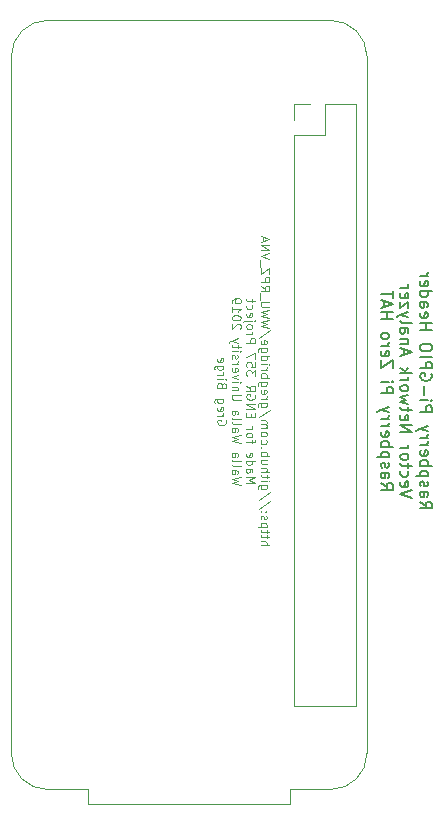
<source format=gbr>
G04 #@! TF.GenerationSoftware,KiCad,Pcbnew,5.1.2-f72e74a~84~ubuntu18.04.1*
G04 #@! TF.CreationDate,2019-05-17T13:13:24-07:00*
G04 #@! TF.ProjectId,RPZ_SC_VNA,52505a5f-5343-45f5-964e-412e6b696361,rev?*
G04 #@! TF.SameCoordinates,Original*
G04 #@! TF.FileFunction,Legend,Bot*
G04 #@! TF.FilePolarity,Positive*
%FSLAX46Y46*%
G04 Gerber Fmt 4.6, Leading zero omitted, Abs format (unit mm)*
G04 Created by KiCad (PCBNEW 5.1.2-f72e74a~84~ubuntu18.04.1) date 2019-05-17 13:13:24*
%MOMM*%
%LPD*%
G04 APERTURE LIST*
%ADD10C,0.100000*%
%ADD11C,0.150000*%
%ADD12C,0.120000*%
G04 APERTURE END LIST*
D10*
X125932814Y-89217857D02*
X126682814Y-89217857D01*
X125932814Y-88896428D02*
X126325671Y-88896428D01*
X126397100Y-88932142D01*
X126432814Y-89003571D01*
X126432814Y-89110714D01*
X126397100Y-89182142D01*
X126361385Y-89217857D01*
X126432814Y-88646428D02*
X126432814Y-88360714D01*
X126682814Y-88539285D02*
X126039957Y-88539285D01*
X125968528Y-88503571D01*
X125932814Y-88432142D01*
X125932814Y-88360714D01*
X126432814Y-88217857D02*
X126432814Y-87932142D01*
X126682814Y-88110714D02*
X126039957Y-88110714D01*
X125968528Y-88075000D01*
X125932814Y-88003571D01*
X125932814Y-87932142D01*
X126432814Y-87682142D02*
X125682814Y-87682142D01*
X126397100Y-87682142D02*
X126432814Y-87610714D01*
X126432814Y-87467857D01*
X126397100Y-87396428D01*
X126361385Y-87360714D01*
X126289957Y-87325000D01*
X126075671Y-87325000D01*
X126004242Y-87360714D01*
X125968528Y-87396428D01*
X125932814Y-87467857D01*
X125932814Y-87610714D01*
X125968528Y-87682142D01*
X125968528Y-87039285D02*
X125932814Y-86967857D01*
X125932814Y-86825000D01*
X125968528Y-86753571D01*
X126039957Y-86717857D01*
X126075671Y-86717857D01*
X126147100Y-86753571D01*
X126182814Y-86825000D01*
X126182814Y-86932142D01*
X126218528Y-87003571D01*
X126289957Y-87039285D01*
X126325671Y-87039285D01*
X126397100Y-87003571D01*
X126432814Y-86932142D01*
X126432814Y-86825000D01*
X126397100Y-86753571D01*
X126004242Y-86396428D02*
X125968528Y-86360714D01*
X125932814Y-86396428D01*
X125968528Y-86432142D01*
X126004242Y-86396428D01*
X125932814Y-86396428D01*
X126397100Y-86396428D02*
X126361385Y-86360714D01*
X126325671Y-86396428D01*
X126361385Y-86432142D01*
X126397100Y-86396428D01*
X126325671Y-86396428D01*
X126718528Y-85503571D02*
X125754242Y-86146428D01*
X126718528Y-84717857D02*
X125754242Y-85360714D01*
X126432814Y-84146428D02*
X125825671Y-84146428D01*
X125754242Y-84182142D01*
X125718528Y-84217857D01*
X125682814Y-84289285D01*
X125682814Y-84396428D01*
X125718528Y-84467857D01*
X125968528Y-84146428D02*
X125932814Y-84217857D01*
X125932814Y-84360714D01*
X125968528Y-84432142D01*
X126004242Y-84467857D01*
X126075671Y-84503571D01*
X126289957Y-84503571D01*
X126361385Y-84467857D01*
X126397100Y-84432142D01*
X126432814Y-84360714D01*
X126432814Y-84217857D01*
X126397100Y-84146428D01*
X125932814Y-83789285D02*
X126432814Y-83789285D01*
X126682814Y-83789285D02*
X126647100Y-83825000D01*
X126611385Y-83789285D01*
X126647100Y-83753571D01*
X126682814Y-83789285D01*
X126611385Y-83789285D01*
X126432814Y-83539285D02*
X126432814Y-83253571D01*
X126682814Y-83432142D02*
X126039957Y-83432142D01*
X125968528Y-83396428D01*
X125932814Y-83324999D01*
X125932814Y-83253571D01*
X125932814Y-83003571D02*
X126682814Y-83003571D01*
X125932814Y-82682142D02*
X126325671Y-82682142D01*
X126397100Y-82717857D01*
X126432814Y-82789285D01*
X126432814Y-82896428D01*
X126397100Y-82967857D01*
X126361385Y-83003571D01*
X126432814Y-82003571D02*
X125932814Y-82003571D01*
X126432814Y-82324999D02*
X126039957Y-82324999D01*
X125968528Y-82289285D01*
X125932814Y-82217857D01*
X125932814Y-82110714D01*
X125968528Y-82039285D01*
X126004242Y-82003571D01*
X125932814Y-81646428D02*
X126682814Y-81646428D01*
X126397100Y-81646428D02*
X126432814Y-81574999D01*
X126432814Y-81432142D01*
X126397100Y-81360714D01*
X126361385Y-81324999D01*
X126289957Y-81289285D01*
X126075671Y-81289285D01*
X126004242Y-81324999D01*
X125968528Y-81360714D01*
X125932814Y-81432142D01*
X125932814Y-81574999D01*
X125968528Y-81646428D01*
X126004242Y-80967857D02*
X125968528Y-80932142D01*
X125932814Y-80967857D01*
X125968528Y-81003571D01*
X126004242Y-80967857D01*
X125932814Y-80967857D01*
X125968528Y-80289285D02*
X125932814Y-80360714D01*
X125932814Y-80503571D01*
X125968528Y-80574999D01*
X126004242Y-80610714D01*
X126075671Y-80646428D01*
X126289957Y-80646428D01*
X126361385Y-80610714D01*
X126397100Y-80574999D01*
X126432814Y-80503571D01*
X126432814Y-80360714D01*
X126397100Y-80289285D01*
X125932814Y-79860714D02*
X125968528Y-79932142D01*
X126004242Y-79967857D01*
X126075671Y-80003571D01*
X126289957Y-80003571D01*
X126361385Y-79967857D01*
X126397100Y-79932142D01*
X126432814Y-79860714D01*
X126432814Y-79753571D01*
X126397100Y-79682142D01*
X126361385Y-79646428D01*
X126289957Y-79610714D01*
X126075671Y-79610714D01*
X126004242Y-79646428D01*
X125968528Y-79682142D01*
X125932814Y-79753571D01*
X125932814Y-79860714D01*
X125932814Y-79289285D02*
X126432814Y-79289285D01*
X126361385Y-79289285D02*
X126397100Y-79253571D01*
X126432814Y-79182142D01*
X126432814Y-79074999D01*
X126397100Y-79003571D01*
X126325671Y-78967857D01*
X125932814Y-78967857D01*
X126325671Y-78967857D02*
X126397100Y-78932142D01*
X126432814Y-78860714D01*
X126432814Y-78753571D01*
X126397100Y-78682142D01*
X126325671Y-78646428D01*
X125932814Y-78646428D01*
X126718528Y-77753571D02*
X125754242Y-78396428D01*
X126432814Y-77182142D02*
X125825671Y-77182142D01*
X125754242Y-77217857D01*
X125718528Y-77253571D01*
X125682814Y-77324999D01*
X125682814Y-77432142D01*
X125718528Y-77503571D01*
X125968528Y-77182142D02*
X125932814Y-77253571D01*
X125932814Y-77396428D01*
X125968528Y-77467857D01*
X126004242Y-77503571D01*
X126075671Y-77539285D01*
X126289957Y-77539285D01*
X126361385Y-77503571D01*
X126397100Y-77467857D01*
X126432814Y-77396428D01*
X126432814Y-77253571D01*
X126397100Y-77182142D01*
X125932814Y-76824999D02*
X126432814Y-76824999D01*
X126289957Y-76824999D02*
X126361385Y-76789285D01*
X126397100Y-76753571D01*
X126432814Y-76682142D01*
X126432814Y-76610714D01*
X125968528Y-76074999D02*
X125932814Y-76146428D01*
X125932814Y-76289285D01*
X125968528Y-76360714D01*
X126039957Y-76396428D01*
X126325671Y-76396428D01*
X126397100Y-76360714D01*
X126432814Y-76289285D01*
X126432814Y-76146428D01*
X126397100Y-76074999D01*
X126325671Y-76039285D01*
X126254242Y-76039285D01*
X126182814Y-76396428D01*
X126432814Y-75396428D02*
X125825671Y-75396428D01*
X125754242Y-75432142D01*
X125718528Y-75467857D01*
X125682814Y-75539285D01*
X125682814Y-75646428D01*
X125718528Y-75717857D01*
X125968528Y-75396428D02*
X125932814Y-75467857D01*
X125932814Y-75610714D01*
X125968528Y-75682142D01*
X126004242Y-75717857D01*
X126075671Y-75753571D01*
X126289957Y-75753571D01*
X126361385Y-75717857D01*
X126397100Y-75682142D01*
X126432814Y-75610714D01*
X126432814Y-75467857D01*
X126397100Y-75396428D01*
X125932814Y-75039285D02*
X126682814Y-75039285D01*
X126397100Y-75039285D02*
X126432814Y-74967857D01*
X126432814Y-74824999D01*
X126397100Y-74753571D01*
X126361385Y-74717857D01*
X126289957Y-74682142D01*
X126075671Y-74682142D01*
X126004242Y-74717857D01*
X125968528Y-74753571D01*
X125932814Y-74824999D01*
X125932814Y-74967857D01*
X125968528Y-75039285D01*
X125932814Y-74360714D02*
X126432814Y-74360714D01*
X126289957Y-74360714D02*
X126361385Y-74324999D01*
X126397100Y-74289285D01*
X126432814Y-74217857D01*
X126432814Y-74146428D01*
X125932814Y-73896428D02*
X126432814Y-73896428D01*
X126682814Y-73896428D02*
X126647100Y-73932142D01*
X126611385Y-73896428D01*
X126647100Y-73860714D01*
X126682814Y-73896428D01*
X126611385Y-73896428D01*
X125932814Y-73217857D02*
X126682814Y-73217857D01*
X125968528Y-73217857D02*
X125932814Y-73289285D01*
X125932814Y-73432142D01*
X125968528Y-73503571D01*
X126004242Y-73539285D01*
X126075671Y-73574999D01*
X126289957Y-73574999D01*
X126361385Y-73539285D01*
X126397100Y-73503571D01*
X126432814Y-73432142D01*
X126432814Y-73289285D01*
X126397100Y-73217857D01*
X126432814Y-72539285D02*
X125825671Y-72539285D01*
X125754242Y-72574999D01*
X125718528Y-72610714D01*
X125682814Y-72682142D01*
X125682814Y-72789285D01*
X125718528Y-72860714D01*
X125968528Y-72539285D02*
X125932814Y-72610714D01*
X125932814Y-72753571D01*
X125968528Y-72824999D01*
X126004242Y-72860714D01*
X126075671Y-72896428D01*
X126289957Y-72896428D01*
X126361385Y-72860714D01*
X126397100Y-72824999D01*
X126432814Y-72753571D01*
X126432814Y-72610714D01*
X126397100Y-72539285D01*
X125968528Y-71896428D02*
X125932814Y-71967857D01*
X125932814Y-72110714D01*
X125968528Y-72182142D01*
X126039957Y-72217857D01*
X126325671Y-72217857D01*
X126397100Y-72182142D01*
X126432814Y-72110714D01*
X126432814Y-71967857D01*
X126397100Y-71896428D01*
X126325671Y-71860714D01*
X126254242Y-71860714D01*
X126182814Y-72217857D01*
X126718528Y-71003571D02*
X125754242Y-71646428D01*
X126682814Y-70824999D02*
X125932814Y-70646428D01*
X126468528Y-70503571D01*
X125932814Y-70360714D01*
X126682814Y-70182142D01*
X126682814Y-69967857D02*
X125932814Y-69789285D01*
X126468528Y-69646428D01*
X125932814Y-69503571D01*
X126682814Y-69324999D01*
X126682814Y-69039285D02*
X126075671Y-69039285D01*
X126004242Y-69003571D01*
X125968528Y-68967857D01*
X125932814Y-68896428D01*
X125932814Y-68753571D01*
X125968528Y-68682142D01*
X126004242Y-68646428D01*
X126075671Y-68610714D01*
X126682814Y-68610714D01*
X125861385Y-68432142D02*
X125861385Y-67860714D01*
X125932814Y-67253571D02*
X126289957Y-67503571D01*
X125932814Y-67682142D02*
X126682814Y-67682142D01*
X126682814Y-67396428D01*
X126647100Y-67324999D01*
X126611385Y-67289285D01*
X126539957Y-67253571D01*
X126432814Y-67253571D01*
X126361385Y-67289285D01*
X126325671Y-67324999D01*
X126289957Y-67396428D01*
X126289957Y-67682142D01*
X125932814Y-66932142D02*
X126682814Y-66932142D01*
X126682814Y-66646428D01*
X126647100Y-66574999D01*
X126611385Y-66539285D01*
X126539957Y-66503571D01*
X126432814Y-66503571D01*
X126361385Y-66539285D01*
X126325671Y-66574999D01*
X126289957Y-66646428D01*
X126289957Y-66932142D01*
X126682814Y-66253571D02*
X126682814Y-65753571D01*
X125932814Y-66253571D01*
X125932814Y-65753571D01*
X125861385Y-65646428D02*
X125861385Y-65074999D01*
X126682814Y-65003571D02*
X125932814Y-64753571D01*
X126682814Y-64503571D01*
X125932814Y-64253571D02*
X126682814Y-64253571D01*
X125932814Y-63824999D01*
X126682814Y-63824999D01*
X126147100Y-63503571D02*
X126147100Y-63146428D01*
X125932814Y-63574999D02*
X126682814Y-63324999D01*
X125932814Y-63074999D01*
X124707814Y-83914285D02*
X125457814Y-83914285D01*
X124922100Y-83664285D01*
X125457814Y-83414285D01*
X124707814Y-83414285D01*
X124707814Y-82735714D02*
X125100671Y-82735714D01*
X125172100Y-82771428D01*
X125207814Y-82842857D01*
X125207814Y-82985714D01*
X125172100Y-83057142D01*
X124743528Y-82735714D02*
X124707814Y-82807142D01*
X124707814Y-82985714D01*
X124743528Y-83057142D01*
X124814957Y-83092857D01*
X124886385Y-83092857D01*
X124957814Y-83057142D01*
X124993528Y-82985714D01*
X124993528Y-82807142D01*
X125029242Y-82735714D01*
X124707814Y-82057142D02*
X125457814Y-82057142D01*
X124743528Y-82057142D02*
X124707814Y-82128571D01*
X124707814Y-82271428D01*
X124743528Y-82342857D01*
X124779242Y-82378571D01*
X124850671Y-82414285D01*
X125064957Y-82414285D01*
X125136385Y-82378571D01*
X125172100Y-82342857D01*
X125207814Y-82271428D01*
X125207814Y-82128571D01*
X125172100Y-82057142D01*
X124743528Y-81414285D02*
X124707814Y-81485714D01*
X124707814Y-81628571D01*
X124743528Y-81700000D01*
X124814957Y-81735714D01*
X125100671Y-81735714D01*
X125172100Y-81700000D01*
X125207814Y-81628571D01*
X125207814Y-81485714D01*
X125172100Y-81414285D01*
X125100671Y-81378571D01*
X125029242Y-81378571D01*
X124957814Y-81735714D01*
X125207814Y-80592857D02*
X125207814Y-80307142D01*
X124707814Y-80485714D02*
X125350671Y-80485714D01*
X125422100Y-80450000D01*
X125457814Y-80378571D01*
X125457814Y-80307142D01*
X124707814Y-79950000D02*
X124743528Y-80021428D01*
X124779242Y-80057142D01*
X124850671Y-80092857D01*
X125064957Y-80092857D01*
X125136385Y-80057142D01*
X125172100Y-80021428D01*
X125207814Y-79950000D01*
X125207814Y-79842857D01*
X125172100Y-79771428D01*
X125136385Y-79735714D01*
X125064957Y-79700000D01*
X124850671Y-79700000D01*
X124779242Y-79735714D01*
X124743528Y-79771428D01*
X124707814Y-79842857D01*
X124707814Y-79950000D01*
X124707814Y-79378571D02*
X125207814Y-79378571D01*
X125064957Y-79378571D02*
X125136385Y-79342857D01*
X125172100Y-79307142D01*
X125207814Y-79235714D01*
X125207814Y-79164285D01*
X125100671Y-78342857D02*
X125100671Y-78092857D01*
X124707814Y-77985714D02*
X124707814Y-78342857D01*
X125457814Y-78342857D01*
X125457814Y-77985714D01*
X124707814Y-77664285D02*
X125457814Y-77664285D01*
X124707814Y-77235714D01*
X125457814Y-77235714D01*
X125422100Y-76485714D02*
X125457814Y-76557142D01*
X125457814Y-76664285D01*
X125422100Y-76771428D01*
X125350671Y-76842857D01*
X125279242Y-76878571D01*
X125136385Y-76914285D01*
X125029242Y-76914285D01*
X124886385Y-76878571D01*
X124814957Y-76842857D01*
X124743528Y-76771428D01*
X124707814Y-76664285D01*
X124707814Y-76592857D01*
X124743528Y-76485714D01*
X124779242Y-76450000D01*
X125029242Y-76450000D01*
X125029242Y-76592857D01*
X124707814Y-75700000D02*
X125064957Y-75950000D01*
X124707814Y-76128571D02*
X125457814Y-76128571D01*
X125457814Y-75842857D01*
X125422100Y-75771428D01*
X125386385Y-75735714D01*
X125314957Y-75700000D01*
X125207814Y-75700000D01*
X125136385Y-75735714D01*
X125100671Y-75771428D01*
X125064957Y-75842857D01*
X125064957Y-76128571D01*
X125457814Y-74878571D02*
X125457814Y-74414285D01*
X125172100Y-74664285D01*
X125172100Y-74557142D01*
X125136385Y-74485714D01*
X125100671Y-74450000D01*
X125029242Y-74414285D01*
X124850671Y-74414285D01*
X124779242Y-74450000D01*
X124743528Y-74485714D01*
X124707814Y-74557142D01*
X124707814Y-74771428D01*
X124743528Y-74842857D01*
X124779242Y-74878571D01*
X125457814Y-73735714D02*
X125457814Y-74092857D01*
X125100671Y-74128571D01*
X125136385Y-74092857D01*
X125172100Y-74021428D01*
X125172100Y-73842857D01*
X125136385Y-73771428D01*
X125100671Y-73735714D01*
X125029242Y-73700000D01*
X124850671Y-73700000D01*
X124779242Y-73735714D01*
X124743528Y-73771428D01*
X124707814Y-73842857D01*
X124707814Y-74021428D01*
X124743528Y-74092857D01*
X124779242Y-74128571D01*
X125457814Y-73450000D02*
X125457814Y-72950000D01*
X124707814Y-73271428D01*
X124707814Y-72092857D02*
X125457814Y-72092857D01*
X125457814Y-71807142D01*
X125422100Y-71735714D01*
X125386385Y-71700000D01*
X125314957Y-71664285D01*
X125207814Y-71664285D01*
X125136385Y-71700000D01*
X125100671Y-71735714D01*
X125064957Y-71807142D01*
X125064957Y-72092857D01*
X124707814Y-71342857D02*
X125207814Y-71342857D01*
X125064957Y-71342857D02*
X125136385Y-71307142D01*
X125172100Y-71271428D01*
X125207814Y-71200000D01*
X125207814Y-71128571D01*
X124707814Y-70771428D02*
X124743528Y-70842857D01*
X124779242Y-70878571D01*
X124850671Y-70914285D01*
X125064957Y-70914285D01*
X125136385Y-70878571D01*
X125172100Y-70842857D01*
X125207814Y-70771428D01*
X125207814Y-70664285D01*
X125172100Y-70592857D01*
X125136385Y-70557142D01*
X125064957Y-70521428D01*
X124850671Y-70521428D01*
X124779242Y-70557142D01*
X124743528Y-70592857D01*
X124707814Y-70664285D01*
X124707814Y-70771428D01*
X125207814Y-70200000D02*
X124564957Y-70200000D01*
X124493528Y-70235714D01*
X124457814Y-70307142D01*
X124457814Y-70342857D01*
X125457814Y-70200000D02*
X125422100Y-70235714D01*
X125386385Y-70200000D01*
X125422100Y-70164285D01*
X125457814Y-70200000D01*
X125386385Y-70200000D01*
X124743528Y-69557142D02*
X124707814Y-69628571D01*
X124707814Y-69771428D01*
X124743528Y-69842857D01*
X124814957Y-69878571D01*
X125100671Y-69878571D01*
X125172100Y-69842857D01*
X125207814Y-69771428D01*
X125207814Y-69628571D01*
X125172100Y-69557142D01*
X125100671Y-69521428D01*
X125029242Y-69521428D01*
X124957814Y-69878571D01*
X124743528Y-68878571D02*
X124707814Y-68950000D01*
X124707814Y-69092857D01*
X124743528Y-69164285D01*
X124779242Y-69200000D01*
X124850671Y-69235714D01*
X125064957Y-69235714D01*
X125136385Y-69200000D01*
X125172100Y-69164285D01*
X125207814Y-69092857D01*
X125207814Y-68950000D01*
X125172100Y-68878571D01*
X125207814Y-68664285D02*
X125207814Y-68378571D01*
X125457814Y-68557142D02*
X124814957Y-68557142D01*
X124743528Y-68521428D01*
X124707814Y-68450000D01*
X124707814Y-68378571D01*
X124232814Y-84110714D02*
X123482814Y-83932142D01*
X124018528Y-83789285D01*
X123482814Y-83646428D01*
X124232814Y-83467857D01*
X123482814Y-82860714D02*
X123875671Y-82860714D01*
X123947100Y-82896428D01*
X123982814Y-82967857D01*
X123982814Y-83110714D01*
X123947100Y-83182142D01*
X123518528Y-82860714D02*
X123482814Y-82932142D01*
X123482814Y-83110714D01*
X123518528Y-83182142D01*
X123589957Y-83217857D01*
X123661385Y-83217857D01*
X123732814Y-83182142D01*
X123768528Y-83110714D01*
X123768528Y-82932142D01*
X123804242Y-82860714D01*
X123482814Y-82396428D02*
X123518528Y-82467857D01*
X123589957Y-82503571D01*
X124232814Y-82503571D01*
X123482814Y-82003571D02*
X123518528Y-82075000D01*
X123589957Y-82110714D01*
X124232814Y-82110714D01*
X123482814Y-81396428D02*
X123875671Y-81396428D01*
X123947100Y-81432142D01*
X123982814Y-81503571D01*
X123982814Y-81646428D01*
X123947100Y-81717857D01*
X123518528Y-81396428D02*
X123482814Y-81467857D01*
X123482814Y-81646428D01*
X123518528Y-81717857D01*
X123589957Y-81753571D01*
X123661385Y-81753571D01*
X123732814Y-81717857D01*
X123768528Y-81646428D01*
X123768528Y-81467857D01*
X123804242Y-81396428D01*
X124232814Y-80539285D02*
X123482814Y-80360714D01*
X124018528Y-80217857D01*
X123482814Y-80075000D01*
X124232814Y-79896428D01*
X123482814Y-79289285D02*
X123875671Y-79289285D01*
X123947100Y-79325000D01*
X123982814Y-79396428D01*
X123982814Y-79539285D01*
X123947100Y-79610714D01*
X123518528Y-79289285D02*
X123482814Y-79360714D01*
X123482814Y-79539285D01*
X123518528Y-79610714D01*
X123589957Y-79646428D01*
X123661385Y-79646428D01*
X123732814Y-79610714D01*
X123768528Y-79539285D01*
X123768528Y-79360714D01*
X123804242Y-79289285D01*
X123482814Y-78825000D02*
X123518528Y-78896428D01*
X123589957Y-78932142D01*
X124232814Y-78932142D01*
X123482814Y-78432142D02*
X123518528Y-78503571D01*
X123589957Y-78539285D01*
X124232814Y-78539285D01*
X123482814Y-77825000D02*
X123875671Y-77825000D01*
X123947100Y-77860714D01*
X123982814Y-77932142D01*
X123982814Y-78075000D01*
X123947100Y-78146428D01*
X123518528Y-77825000D02*
X123482814Y-77896428D01*
X123482814Y-78075000D01*
X123518528Y-78146428D01*
X123589957Y-78182142D01*
X123661385Y-78182142D01*
X123732814Y-78146428D01*
X123768528Y-78075000D01*
X123768528Y-77896428D01*
X123804242Y-77825000D01*
X124232814Y-76896428D02*
X123625671Y-76896428D01*
X123554242Y-76860714D01*
X123518528Y-76825000D01*
X123482814Y-76753571D01*
X123482814Y-76610714D01*
X123518528Y-76539285D01*
X123554242Y-76503571D01*
X123625671Y-76467857D01*
X124232814Y-76467857D01*
X123982814Y-76110714D02*
X123482814Y-76110714D01*
X123911385Y-76110714D02*
X123947100Y-76075000D01*
X123982814Y-76003571D01*
X123982814Y-75896428D01*
X123947100Y-75825000D01*
X123875671Y-75789285D01*
X123482814Y-75789285D01*
X123482814Y-75432142D02*
X123982814Y-75432142D01*
X124232814Y-75432142D02*
X124197100Y-75467857D01*
X124161385Y-75432142D01*
X124197100Y-75396428D01*
X124232814Y-75432142D01*
X124161385Y-75432142D01*
X123982814Y-75146428D02*
X123482814Y-74967857D01*
X123982814Y-74789285D01*
X123518528Y-74217857D02*
X123482814Y-74289285D01*
X123482814Y-74432142D01*
X123518528Y-74503571D01*
X123589957Y-74539285D01*
X123875671Y-74539285D01*
X123947100Y-74503571D01*
X123982814Y-74432142D01*
X123982814Y-74289285D01*
X123947100Y-74217857D01*
X123875671Y-74182142D01*
X123804242Y-74182142D01*
X123732814Y-74539285D01*
X123482814Y-73860714D02*
X123982814Y-73860714D01*
X123839957Y-73860714D02*
X123911385Y-73825000D01*
X123947100Y-73789285D01*
X123982814Y-73717857D01*
X123982814Y-73646428D01*
X123518528Y-73432142D02*
X123482814Y-73360714D01*
X123482814Y-73217857D01*
X123518528Y-73146428D01*
X123589957Y-73110714D01*
X123625671Y-73110714D01*
X123697100Y-73146428D01*
X123732814Y-73217857D01*
X123732814Y-73325000D01*
X123768528Y-73396428D01*
X123839957Y-73432142D01*
X123875671Y-73432142D01*
X123947100Y-73396428D01*
X123982814Y-73325000D01*
X123982814Y-73217857D01*
X123947100Y-73146428D01*
X123482814Y-72789285D02*
X123982814Y-72789285D01*
X124232814Y-72789285D02*
X124197100Y-72825000D01*
X124161385Y-72789285D01*
X124197100Y-72753571D01*
X124232814Y-72789285D01*
X124161385Y-72789285D01*
X123982814Y-72539285D02*
X123982814Y-72253571D01*
X124232814Y-72432142D02*
X123589957Y-72432142D01*
X123518528Y-72396428D01*
X123482814Y-72325000D01*
X123482814Y-72253571D01*
X123982814Y-72075000D02*
X123482814Y-71896428D01*
X123982814Y-71717857D02*
X123482814Y-71896428D01*
X123304242Y-71967857D01*
X123268528Y-72003571D01*
X123232814Y-72075000D01*
X124161385Y-70896428D02*
X124197100Y-70860714D01*
X124232814Y-70789285D01*
X124232814Y-70610714D01*
X124197100Y-70539285D01*
X124161385Y-70503571D01*
X124089957Y-70467857D01*
X124018528Y-70467857D01*
X123911385Y-70503571D01*
X123482814Y-70932142D01*
X123482814Y-70467857D01*
X124232814Y-70003571D02*
X124232814Y-69932142D01*
X124197100Y-69860714D01*
X124161385Y-69825000D01*
X124089957Y-69789285D01*
X123947100Y-69753571D01*
X123768528Y-69753571D01*
X123625671Y-69789285D01*
X123554242Y-69825000D01*
X123518528Y-69860714D01*
X123482814Y-69932142D01*
X123482814Y-70003571D01*
X123518528Y-70075000D01*
X123554242Y-70110714D01*
X123625671Y-70146428D01*
X123768528Y-70182142D01*
X123947100Y-70182142D01*
X124089957Y-70146428D01*
X124161385Y-70110714D01*
X124197100Y-70075000D01*
X124232814Y-70003571D01*
X123482814Y-69039285D02*
X123482814Y-69467857D01*
X123482814Y-69253571D02*
X124232814Y-69253571D01*
X124125671Y-69325000D01*
X124054242Y-69396428D01*
X124018528Y-69467857D01*
X123482814Y-68682142D02*
X123482814Y-68539285D01*
X123518528Y-68467857D01*
X123554242Y-68432142D01*
X123661385Y-68360714D01*
X123804242Y-68325000D01*
X124089957Y-68325000D01*
X124161385Y-68360714D01*
X124197100Y-68396428D01*
X124232814Y-68467857D01*
X124232814Y-68610714D01*
X124197100Y-68682142D01*
X124161385Y-68717857D01*
X124089957Y-68753571D01*
X123911385Y-68753571D01*
X123839957Y-68717857D01*
X123804242Y-68682142D01*
X123768528Y-68610714D01*
X123768528Y-68467857D01*
X123804242Y-68396428D01*
X123839957Y-68360714D01*
X123911385Y-68325000D01*
X122972100Y-78628571D02*
X123007814Y-78700000D01*
X123007814Y-78807142D01*
X122972100Y-78914285D01*
X122900671Y-78985714D01*
X122829242Y-79021428D01*
X122686385Y-79057142D01*
X122579242Y-79057142D01*
X122436385Y-79021428D01*
X122364957Y-78985714D01*
X122293528Y-78914285D01*
X122257814Y-78807142D01*
X122257814Y-78735714D01*
X122293528Y-78628571D01*
X122329242Y-78592857D01*
X122579242Y-78592857D01*
X122579242Y-78735714D01*
X122257814Y-78271428D02*
X122757814Y-78271428D01*
X122614957Y-78271428D02*
X122686385Y-78235714D01*
X122722100Y-78200000D01*
X122757814Y-78128571D01*
X122757814Y-78057142D01*
X122293528Y-77521428D02*
X122257814Y-77592857D01*
X122257814Y-77735714D01*
X122293528Y-77807142D01*
X122364957Y-77842857D01*
X122650671Y-77842857D01*
X122722100Y-77807142D01*
X122757814Y-77735714D01*
X122757814Y-77592857D01*
X122722100Y-77521428D01*
X122650671Y-77485714D01*
X122579242Y-77485714D01*
X122507814Y-77842857D01*
X122757814Y-76842857D02*
X122150671Y-76842857D01*
X122079242Y-76878571D01*
X122043528Y-76914285D01*
X122007814Y-76985714D01*
X122007814Y-77092857D01*
X122043528Y-77164285D01*
X122293528Y-76842857D02*
X122257814Y-76914285D01*
X122257814Y-77057142D01*
X122293528Y-77128571D01*
X122329242Y-77164285D01*
X122400671Y-77200000D01*
X122614957Y-77200000D01*
X122686385Y-77164285D01*
X122722100Y-77128571D01*
X122757814Y-77057142D01*
X122757814Y-76914285D01*
X122722100Y-76842857D01*
X122650671Y-75664285D02*
X122614957Y-75557142D01*
X122579242Y-75521428D01*
X122507814Y-75485714D01*
X122400671Y-75485714D01*
X122329242Y-75521428D01*
X122293528Y-75557142D01*
X122257814Y-75628571D01*
X122257814Y-75914285D01*
X123007814Y-75914285D01*
X123007814Y-75664285D01*
X122972100Y-75592857D01*
X122936385Y-75557142D01*
X122864957Y-75521428D01*
X122793528Y-75521428D01*
X122722100Y-75557142D01*
X122686385Y-75592857D01*
X122650671Y-75664285D01*
X122650671Y-75914285D01*
X122257814Y-75164285D02*
X122757814Y-75164285D01*
X123007814Y-75164285D02*
X122972100Y-75200000D01*
X122936385Y-75164285D01*
X122972100Y-75128571D01*
X123007814Y-75164285D01*
X122936385Y-75164285D01*
X122257814Y-74807142D02*
X122757814Y-74807142D01*
X122614957Y-74807142D02*
X122686385Y-74771428D01*
X122722100Y-74735714D01*
X122757814Y-74664285D01*
X122757814Y-74592857D01*
X122757814Y-74021428D02*
X122150671Y-74021428D01*
X122079242Y-74057142D01*
X122043528Y-74092857D01*
X122007814Y-74164285D01*
X122007814Y-74271428D01*
X122043528Y-74342857D01*
X122293528Y-74021428D02*
X122257814Y-74092857D01*
X122257814Y-74235714D01*
X122293528Y-74307142D01*
X122329242Y-74342857D01*
X122400671Y-74378571D01*
X122614957Y-74378571D01*
X122686385Y-74342857D01*
X122722100Y-74307142D01*
X122757814Y-74235714D01*
X122757814Y-74092857D01*
X122722100Y-74021428D01*
X122293528Y-73378571D02*
X122257814Y-73450000D01*
X122257814Y-73592857D01*
X122293528Y-73664285D01*
X122364957Y-73700000D01*
X122650671Y-73700000D01*
X122722100Y-73664285D01*
X122757814Y-73592857D01*
X122757814Y-73450000D01*
X122722100Y-73378571D01*
X122650671Y-73342857D01*
X122579242Y-73342857D01*
X122507814Y-73700000D01*
D11*
X139424419Y-85531742D02*
X139900609Y-85865076D01*
X139424419Y-86103171D02*
X140424419Y-86103171D01*
X140424419Y-85722219D01*
X140376800Y-85626980D01*
X140329180Y-85579361D01*
X140233942Y-85531742D01*
X140091085Y-85531742D01*
X139995847Y-85579361D01*
X139948228Y-85626980D01*
X139900609Y-85722219D01*
X139900609Y-86103171D01*
X139424419Y-84674600D02*
X139948228Y-84674600D01*
X140043466Y-84722219D01*
X140091085Y-84817457D01*
X140091085Y-85007933D01*
X140043466Y-85103171D01*
X139472038Y-84674600D02*
X139424419Y-84769838D01*
X139424419Y-85007933D01*
X139472038Y-85103171D01*
X139567276Y-85150790D01*
X139662514Y-85150790D01*
X139757752Y-85103171D01*
X139805371Y-85007933D01*
X139805371Y-84769838D01*
X139852990Y-84674600D01*
X139472038Y-84246028D02*
X139424419Y-84150790D01*
X139424419Y-83960314D01*
X139472038Y-83865076D01*
X139567276Y-83817457D01*
X139614895Y-83817457D01*
X139710133Y-83865076D01*
X139757752Y-83960314D01*
X139757752Y-84103171D01*
X139805371Y-84198409D01*
X139900609Y-84246028D01*
X139948228Y-84246028D01*
X140043466Y-84198409D01*
X140091085Y-84103171D01*
X140091085Y-83960314D01*
X140043466Y-83865076D01*
X140091085Y-83388885D02*
X139091085Y-83388885D01*
X140043466Y-83388885D02*
X140091085Y-83293647D01*
X140091085Y-83103171D01*
X140043466Y-83007933D01*
X139995847Y-82960314D01*
X139900609Y-82912695D01*
X139614895Y-82912695D01*
X139519657Y-82960314D01*
X139472038Y-83007933D01*
X139424419Y-83103171D01*
X139424419Y-83293647D01*
X139472038Y-83388885D01*
X139424419Y-82484123D02*
X140424419Y-82484123D01*
X140043466Y-82484123D02*
X140091085Y-82388885D01*
X140091085Y-82198409D01*
X140043466Y-82103171D01*
X139995847Y-82055552D01*
X139900609Y-82007933D01*
X139614895Y-82007933D01*
X139519657Y-82055552D01*
X139472038Y-82103171D01*
X139424419Y-82198409D01*
X139424419Y-82388885D01*
X139472038Y-82484123D01*
X139472038Y-81198409D02*
X139424419Y-81293647D01*
X139424419Y-81484123D01*
X139472038Y-81579361D01*
X139567276Y-81626980D01*
X139948228Y-81626980D01*
X140043466Y-81579361D01*
X140091085Y-81484123D01*
X140091085Y-81293647D01*
X140043466Y-81198409D01*
X139948228Y-81150790D01*
X139852990Y-81150790D01*
X139757752Y-81626980D01*
X139424419Y-80722219D02*
X140091085Y-80722219D01*
X139900609Y-80722219D02*
X139995847Y-80674600D01*
X140043466Y-80626980D01*
X140091085Y-80531742D01*
X140091085Y-80436504D01*
X139424419Y-80103171D02*
X140091085Y-80103171D01*
X139900609Y-80103171D02*
X139995847Y-80055552D01*
X140043466Y-80007933D01*
X140091085Y-79912695D01*
X140091085Y-79817457D01*
X140091085Y-79579361D02*
X139424419Y-79341266D01*
X140091085Y-79103171D02*
X139424419Y-79341266D01*
X139186323Y-79436504D01*
X139138704Y-79484123D01*
X139091085Y-79579361D01*
X139424419Y-77960314D02*
X140424419Y-77960314D01*
X140424419Y-77579361D01*
X140376800Y-77484123D01*
X140329180Y-77436504D01*
X140233942Y-77388885D01*
X140091085Y-77388885D01*
X139995847Y-77436504D01*
X139948228Y-77484123D01*
X139900609Y-77579361D01*
X139900609Y-77960314D01*
X139424419Y-76960314D02*
X140091085Y-76960314D01*
X140424419Y-76960314D02*
X140376800Y-77007933D01*
X140329180Y-76960314D01*
X140376800Y-76912695D01*
X140424419Y-76960314D01*
X140329180Y-76960314D01*
X139805371Y-76484123D02*
X139805371Y-75722219D01*
X140376800Y-74722219D02*
X140424419Y-74817457D01*
X140424419Y-74960314D01*
X140376800Y-75103171D01*
X140281561Y-75198409D01*
X140186323Y-75246028D01*
X139995847Y-75293647D01*
X139852990Y-75293647D01*
X139662514Y-75246028D01*
X139567276Y-75198409D01*
X139472038Y-75103171D01*
X139424419Y-74960314D01*
X139424419Y-74865076D01*
X139472038Y-74722219D01*
X139519657Y-74674600D01*
X139852990Y-74674600D01*
X139852990Y-74865076D01*
X139424419Y-74246028D02*
X140424419Y-74246028D01*
X140424419Y-73865076D01*
X140376800Y-73769838D01*
X140329180Y-73722219D01*
X140233942Y-73674600D01*
X140091085Y-73674600D01*
X139995847Y-73722219D01*
X139948228Y-73769838D01*
X139900609Y-73865076D01*
X139900609Y-74246028D01*
X139424419Y-73246028D02*
X140424419Y-73246028D01*
X140424419Y-72579361D02*
X140424419Y-72388885D01*
X140376800Y-72293647D01*
X140281561Y-72198409D01*
X140091085Y-72150790D01*
X139757752Y-72150790D01*
X139567276Y-72198409D01*
X139472038Y-72293647D01*
X139424419Y-72388885D01*
X139424419Y-72579361D01*
X139472038Y-72674600D01*
X139567276Y-72769838D01*
X139757752Y-72817457D01*
X140091085Y-72817457D01*
X140281561Y-72769838D01*
X140376800Y-72674600D01*
X140424419Y-72579361D01*
X139424419Y-70960314D02*
X140424419Y-70960314D01*
X139948228Y-70960314D02*
X139948228Y-70388885D01*
X139424419Y-70388885D02*
X140424419Y-70388885D01*
X139472038Y-69531742D02*
X139424419Y-69626980D01*
X139424419Y-69817457D01*
X139472038Y-69912695D01*
X139567276Y-69960314D01*
X139948228Y-69960314D01*
X140043466Y-69912695D01*
X140091085Y-69817457D01*
X140091085Y-69626980D01*
X140043466Y-69531742D01*
X139948228Y-69484123D01*
X139852990Y-69484123D01*
X139757752Y-69960314D01*
X139424419Y-68626980D02*
X139948228Y-68626980D01*
X140043466Y-68674600D01*
X140091085Y-68769838D01*
X140091085Y-68960314D01*
X140043466Y-69055552D01*
X139472038Y-68626980D02*
X139424419Y-68722219D01*
X139424419Y-68960314D01*
X139472038Y-69055552D01*
X139567276Y-69103171D01*
X139662514Y-69103171D01*
X139757752Y-69055552D01*
X139805371Y-68960314D01*
X139805371Y-68722219D01*
X139852990Y-68626980D01*
X139424419Y-67722219D02*
X140424419Y-67722219D01*
X139472038Y-67722219D02*
X139424419Y-67817457D01*
X139424419Y-68007933D01*
X139472038Y-68103171D01*
X139519657Y-68150790D01*
X139614895Y-68198409D01*
X139900609Y-68198409D01*
X139995847Y-68150790D01*
X140043466Y-68103171D01*
X140091085Y-68007933D01*
X140091085Y-67817457D01*
X140043466Y-67722219D01*
X139472038Y-66865076D02*
X139424419Y-66960314D01*
X139424419Y-67150790D01*
X139472038Y-67246028D01*
X139567276Y-67293647D01*
X139948228Y-67293647D01*
X140043466Y-67246028D01*
X140091085Y-67150790D01*
X140091085Y-66960314D01*
X140043466Y-66865076D01*
X139948228Y-66817457D01*
X139852990Y-66817457D01*
X139757752Y-67293647D01*
X139424419Y-66388885D02*
X140091085Y-66388885D01*
X139900609Y-66388885D02*
X139995847Y-66341266D01*
X140043466Y-66293647D01*
X140091085Y-66198409D01*
X140091085Y-66103171D01*
X138774419Y-85222219D02*
X137774419Y-84888885D01*
X138774419Y-84555552D01*
X137822038Y-83841266D02*
X137774419Y-83936504D01*
X137774419Y-84126980D01*
X137822038Y-84222219D01*
X137917276Y-84269838D01*
X138298228Y-84269838D01*
X138393466Y-84222219D01*
X138441085Y-84126980D01*
X138441085Y-83936504D01*
X138393466Y-83841266D01*
X138298228Y-83793647D01*
X138202990Y-83793647D01*
X138107752Y-84269838D01*
X137822038Y-82936504D02*
X137774419Y-83031742D01*
X137774419Y-83222219D01*
X137822038Y-83317457D01*
X137869657Y-83365076D01*
X137964895Y-83412695D01*
X138250609Y-83412695D01*
X138345847Y-83365076D01*
X138393466Y-83317457D01*
X138441085Y-83222219D01*
X138441085Y-83031742D01*
X138393466Y-82936504D01*
X138441085Y-82650790D02*
X138441085Y-82269838D01*
X138774419Y-82507933D02*
X137917276Y-82507933D01*
X137822038Y-82460314D01*
X137774419Y-82365076D01*
X137774419Y-82269838D01*
X137774419Y-81793647D02*
X137822038Y-81888885D01*
X137869657Y-81936504D01*
X137964895Y-81984123D01*
X138250609Y-81984123D01*
X138345847Y-81936504D01*
X138393466Y-81888885D01*
X138441085Y-81793647D01*
X138441085Y-81650790D01*
X138393466Y-81555552D01*
X138345847Y-81507933D01*
X138250609Y-81460314D01*
X137964895Y-81460314D01*
X137869657Y-81507933D01*
X137822038Y-81555552D01*
X137774419Y-81650790D01*
X137774419Y-81793647D01*
X137774419Y-81031742D02*
X138441085Y-81031742D01*
X138250609Y-81031742D02*
X138345847Y-80984123D01*
X138393466Y-80936504D01*
X138441085Y-80841266D01*
X138441085Y-80746028D01*
X137774419Y-79650790D02*
X138774419Y-79650790D01*
X137774419Y-79079361D01*
X138774419Y-79079361D01*
X137822038Y-78222219D02*
X137774419Y-78317457D01*
X137774419Y-78507933D01*
X137822038Y-78603171D01*
X137917276Y-78650790D01*
X138298228Y-78650790D01*
X138393466Y-78603171D01*
X138441085Y-78507933D01*
X138441085Y-78317457D01*
X138393466Y-78222219D01*
X138298228Y-78174600D01*
X138202990Y-78174600D01*
X138107752Y-78650790D01*
X138441085Y-77888885D02*
X138441085Y-77507933D01*
X138774419Y-77746028D02*
X137917276Y-77746028D01*
X137822038Y-77698409D01*
X137774419Y-77603171D01*
X137774419Y-77507933D01*
X138441085Y-77269838D02*
X137774419Y-77079361D01*
X138250609Y-76888885D01*
X137774419Y-76698409D01*
X138441085Y-76507933D01*
X137774419Y-75984123D02*
X137822038Y-76079361D01*
X137869657Y-76126980D01*
X137964895Y-76174600D01*
X138250609Y-76174600D01*
X138345847Y-76126980D01*
X138393466Y-76079361D01*
X138441085Y-75984123D01*
X138441085Y-75841266D01*
X138393466Y-75746028D01*
X138345847Y-75698409D01*
X138250609Y-75650790D01*
X137964895Y-75650790D01*
X137869657Y-75698409D01*
X137822038Y-75746028D01*
X137774419Y-75841266D01*
X137774419Y-75984123D01*
X137774419Y-75222219D02*
X138441085Y-75222219D01*
X138250609Y-75222219D02*
X138345847Y-75174600D01*
X138393466Y-75126980D01*
X138441085Y-75031742D01*
X138441085Y-74936504D01*
X137774419Y-74603171D02*
X138774419Y-74603171D01*
X138155371Y-74507933D02*
X137774419Y-74222219D01*
X138441085Y-74222219D02*
X138060133Y-74603171D01*
X138060133Y-73079361D02*
X138060133Y-72603171D01*
X137774419Y-73174600D02*
X138774419Y-72841266D01*
X137774419Y-72507933D01*
X138441085Y-72174600D02*
X137774419Y-72174600D01*
X138345847Y-72174600D02*
X138393466Y-72126980D01*
X138441085Y-72031742D01*
X138441085Y-71888885D01*
X138393466Y-71793647D01*
X138298228Y-71746028D01*
X137774419Y-71746028D01*
X137774419Y-70841266D02*
X138298228Y-70841266D01*
X138393466Y-70888885D01*
X138441085Y-70984123D01*
X138441085Y-71174600D01*
X138393466Y-71269838D01*
X137822038Y-70841266D02*
X137774419Y-70936504D01*
X137774419Y-71174600D01*
X137822038Y-71269838D01*
X137917276Y-71317457D01*
X138012514Y-71317457D01*
X138107752Y-71269838D01*
X138155371Y-71174600D01*
X138155371Y-70936504D01*
X138202990Y-70841266D01*
X137774419Y-70222219D02*
X137822038Y-70317457D01*
X137917276Y-70365076D01*
X138774419Y-70365076D01*
X138441085Y-69936504D02*
X137774419Y-69698409D01*
X138441085Y-69460314D02*
X137774419Y-69698409D01*
X137536323Y-69793647D01*
X137488704Y-69841266D01*
X137441085Y-69936504D01*
X138441085Y-69174600D02*
X138441085Y-68650790D01*
X137774419Y-69174600D01*
X137774419Y-68650790D01*
X137822038Y-67888885D02*
X137774419Y-67984123D01*
X137774419Y-68174600D01*
X137822038Y-68269838D01*
X137917276Y-68317457D01*
X138298228Y-68317457D01*
X138393466Y-68269838D01*
X138441085Y-68174600D01*
X138441085Y-67984123D01*
X138393466Y-67888885D01*
X138298228Y-67841266D01*
X138202990Y-67841266D01*
X138107752Y-68317457D01*
X137774419Y-67412695D02*
X138441085Y-67412695D01*
X138250609Y-67412695D02*
X138345847Y-67365076D01*
X138393466Y-67317457D01*
X138441085Y-67222219D01*
X138441085Y-67126980D01*
X136124419Y-83936504D02*
X136600609Y-84269838D01*
X136124419Y-84507933D02*
X137124419Y-84507933D01*
X137124419Y-84126980D01*
X137076800Y-84031742D01*
X137029180Y-83984123D01*
X136933942Y-83936504D01*
X136791085Y-83936504D01*
X136695847Y-83984123D01*
X136648228Y-84031742D01*
X136600609Y-84126980D01*
X136600609Y-84507933D01*
X136124419Y-83079361D02*
X136648228Y-83079361D01*
X136743466Y-83126980D01*
X136791085Y-83222219D01*
X136791085Y-83412695D01*
X136743466Y-83507933D01*
X136172038Y-83079361D02*
X136124419Y-83174600D01*
X136124419Y-83412695D01*
X136172038Y-83507933D01*
X136267276Y-83555552D01*
X136362514Y-83555552D01*
X136457752Y-83507933D01*
X136505371Y-83412695D01*
X136505371Y-83174600D01*
X136552990Y-83079361D01*
X136172038Y-82650790D02*
X136124419Y-82555552D01*
X136124419Y-82365076D01*
X136172038Y-82269838D01*
X136267276Y-82222219D01*
X136314895Y-82222219D01*
X136410133Y-82269838D01*
X136457752Y-82365076D01*
X136457752Y-82507933D01*
X136505371Y-82603171D01*
X136600609Y-82650790D01*
X136648228Y-82650790D01*
X136743466Y-82603171D01*
X136791085Y-82507933D01*
X136791085Y-82365076D01*
X136743466Y-82269838D01*
X136791085Y-81793647D02*
X135791085Y-81793647D01*
X136743466Y-81793647D02*
X136791085Y-81698409D01*
X136791085Y-81507933D01*
X136743466Y-81412695D01*
X136695847Y-81365076D01*
X136600609Y-81317457D01*
X136314895Y-81317457D01*
X136219657Y-81365076D01*
X136172038Y-81412695D01*
X136124419Y-81507933D01*
X136124419Y-81698409D01*
X136172038Y-81793647D01*
X136124419Y-80888885D02*
X137124419Y-80888885D01*
X136743466Y-80888885D02*
X136791085Y-80793647D01*
X136791085Y-80603171D01*
X136743466Y-80507933D01*
X136695847Y-80460314D01*
X136600609Y-80412695D01*
X136314895Y-80412695D01*
X136219657Y-80460314D01*
X136172038Y-80507933D01*
X136124419Y-80603171D01*
X136124419Y-80793647D01*
X136172038Y-80888885D01*
X136172038Y-79603171D02*
X136124419Y-79698409D01*
X136124419Y-79888885D01*
X136172038Y-79984123D01*
X136267276Y-80031742D01*
X136648228Y-80031742D01*
X136743466Y-79984123D01*
X136791085Y-79888885D01*
X136791085Y-79698409D01*
X136743466Y-79603171D01*
X136648228Y-79555552D01*
X136552990Y-79555552D01*
X136457752Y-80031742D01*
X136124419Y-79126980D02*
X136791085Y-79126980D01*
X136600609Y-79126980D02*
X136695847Y-79079361D01*
X136743466Y-79031742D01*
X136791085Y-78936504D01*
X136791085Y-78841266D01*
X136124419Y-78507933D02*
X136791085Y-78507933D01*
X136600609Y-78507933D02*
X136695847Y-78460314D01*
X136743466Y-78412695D01*
X136791085Y-78317457D01*
X136791085Y-78222219D01*
X136791085Y-77984123D02*
X136124419Y-77746028D01*
X136791085Y-77507933D02*
X136124419Y-77746028D01*
X135886323Y-77841266D01*
X135838704Y-77888885D01*
X135791085Y-77984123D01*
X136124419Y-76365076D02*
X137124419Y-76365076D01*
X137124419Y-75984123D01*
X137076800Y-75888885D01*
X137029180Y-75841266D01*
X136933942Y-75793647D01*
X136791085Y-75793647D01*
X136695847Y-75841266D01*
X136648228Y-75888885D01*
X136600609Y-75984123D01*
X136600609Y-76365076D01*
X136124419Y-75365076D02*
X136791085Y-75365076D01*
X137124419Y-75365076D02*
X137076800Y-75412695D01*
X137029180Y-75365076D01*
X137076800Y-75317457D01*
X137124419Y-75365076D01*
X137029180Y-75365076D01*
X137124419Y-74222219D02*
X137124419Y-73555552D01*
X136124419Y-74222219D01*
X136124419Y-73555552D01*
X136172038Y-72793647D02*
X136124419Y-72888885D01*
X136124419Y-73079361D01*
X136172038Y-73174600D01*
X136267276Y-73222219D01*
X136648228Y-73222219D01*
X136743466Y-73174600D01*
X136791085Y-73079361D01*
X136791085Y-72888885D01*
X136743466Y-72793647D01*
X136648228Y-72746028D01*
X136552990Y-72746028D01*
X136457752Y-73222219D01*
X136124419Y-72317457D02*
X136791085Y-72317457D01*
X136600609Y-72317457D02*
X136695847Y-72269838D01*
X136743466Y-72222219D01*
X136791085Y-72126980D01*
X136791085Y-72031742D01*
X136124419Y-71555552D02*
X136172038Y-71650790D01*
X136219657Y-71698409D01*
X136314895Y-71746028D01*
X136600609Y-71746028D01*
X136695847Y-71698409D01*
X136743466Y-71650790D01*
X136791085Y-71555552D01*
X136791085Y-71412695D01*
X136743466Y-71317457D01*
X136695847Y-71269838D01*
X136600609Y-71222219D01*
X136314895Y-71222219D01*
X136219657Y-71269838D01*
X136172038Y-71317457D01*
X136124419Y-71412695D01*
X136124419Y-71555552D01*
X136124419Y-70031742D02*
X137124419Y-70031742D01*
X136648228Y-70031742D02*
X136648228Y-69460314D01*
X136124419Y-69460314D02*
X137124419Y-69460314D01*
X136410133Y-69031742D02*
X136410133Y-68555552D01*
X136124419Y-69126980D02*
X137124419Y-68793647D01*
X136124419Y-68460314D01*
X137124419Y-68269838D02*
X137124419Y-67698409D01*
X136124419Y-67984123D02*
X137124419Y-67984123D01*
D12*
X104821500Y-51533000D02*
X104821500Y-47843000D01*
X104821500Y-62953000D02*
X104821500Y-51533000D01*
X104821500Y-82183000D02*
X104821500Y-62953000D01*
X104821500Y-94783000D02*
X104821500Y-90303000D01*
X104821500Y-90303000D02*
X104821500Y-82183000D01*
X104821500Y-102903000D02*
X104821500Y-94783000D01*
X128441500Y-109903000D02*
X131881500Y-109903000D01*
X111321500Y-111103000D02*
X111321500Y-109903000D01*
X128441500Y-111103000D02*
X111321500Y-111103000D01*
X128441500Y-109903000D02*
X128441500Y-111103000D01*
X133981500Y-51883000D02*
X133981500Y-102803000D01*
X133981500Y-51883000D02*
X131381500Y-51883000D01*
X131381500Y-51883000D02*
X131381500Y-54483000D01*
X131381500Y-54483000D02*
X128781500Y-54483000D01*
X130111500Y-51883000D02*
X128781500Y-51883000D01*
X128781500Y-51883000D02*
X128781500Y-53213000D01*
X128781500Y-54483000D02*
X128781500Y-102803000D01*
X133981500Y-102803000D02*
X128781500Y-102803000D01*
X107881500Y-109903000D02*
G75*
G02X104821500Y-106843000I0J3060000D01*
G01*
X111321500Y-109903000D02*
X107881500Y-109903000D01*
X104821500Y-106843000D02*
X104821500Y-102903000D01*
X131881500Y-44783000D02*
X107881500Y-44783000D01*
X134941500Y-106843000D02*
X134941500Y-47843000D01*
X134941500Y-106843000D02*
G75*
G02X131881500Y-109903000I-3060000J0D01*
G01*
X131881500Y-44783000D02*
G75*
G02X134941500Y-47843000I0J-3060000D01*
G01*
X104821500Y-47843000D02*
G75*
G02X107881500Y-44783000I3060000J0D01*
G01*
M02*

</source>
